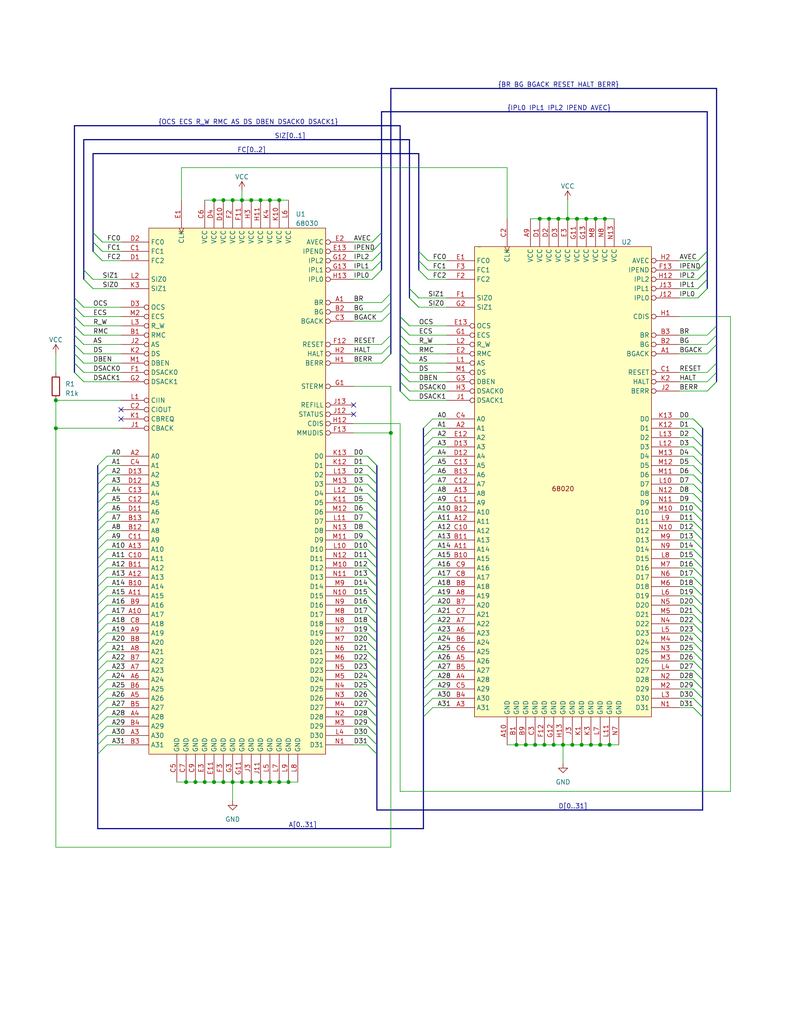
<source format=kicad_sch>
(kicad_sch (version 20230121) (generator eeschema)
  (paper "USLetter" portrait)
  (junction (at 143.51 203.2))
  (junction (at 76.2 54.61))
  (junction (at 68.58 54.61))
  (junction (at 15.24 116.84))
  (junction (at 78.74 213.36))
  (junction (at 154.94 59.69))
  (junction (at 157.48 59.69))
  (junction (at 73.66 213.36))
  (junction (at 76.2 213.36))
  (junction (at 149.86 59.69))
  (junction (at 161.29 203.2))
  (junction (at 66.04 54.61))
  (junction (at 151.13 203.2))
  (junction (at 163.83 203.2))
  (junction (at 160.02 59.69))
  (junction (at 50.8 213.36))
  (junction (at 71.12 213.36))
  (junction (at 71.12 54.61))
  (junction (at 152.4 59.69))
  (junction (at 146.05 203.2))
  (junction (at 106.68 118.11))
  (junction (at 73.66 54.61))
  (junction (at 58.42 54.61))
  (junction (at 53.34 213.36))
  (junction (at 156.21 203.2))
  (junction (at 153.67 203.2))
  (junction (at 148.59 203.2))
  (junction (at 58.42 213.36))
  (junction (at 162.56 59.69))
  (junction (at 60.96 213.36))
  (junction (at 55.88 213.36))
  (junction (at 140.97 203.2))
  (junction (at 60.96 54.61))
  (junction (at 68.58 213.36))
  (junction (at 66.04 213.36))
  (junction (at 63.5 213.36))
  (junction (at 15.24 109.22))
  (junction (at 158.75 203.2))
  (junction (at 63.5 54.61))
  (junction (at 165.1 59.69))
  (junction (at 166.37 203.2))
  (junction (at 147.32 59.69))
  (no_connect (at 96.52 110.49))
  (no_connect (at 33.02 114.3))
  (no_connect (at 96.52 113.03))
  (no_connect (at 33.02 111.76))
  (bus_entry (at 100.33 132.08) (size 2.54 2.54))
  (bus_entry (at 102.87 152.4) (size -2.54 -2.54))
  (bus_entry (at 190.5 71.12) (size 2.54 -2.54))
  (bus_entry (at 102.87 132.08) (size -2.54 -2.54))
  (bus_entry (at 104.14 68.58) (size -2.54 2.54))
  (bus_entry (at 20.32 93.98) (size 2.54 2.54))
  (bus_entry (at 191.77 162.56) (size -2.54 -2.54))
  (bus_entry (at 118.11 127) (size -2.54 2.54))
  (bus_entry (at 189.23 129.54) (size 2.54 2.54))
  (bus_entry (at 193.04 106.68) (size 2.54 -2.54))
  (bus_entry (at 189.23 190.5) (size 2.54 2.54))
  (bus_entry (at 189.23 116.84) (size 2.54 2.54))
  (bus_entry (at 118.11 180.34) (size -2.54 2.54))
  (bus_entry (at 22.86 73.66) (size 2.54 2.54))
  (bus_entry (at 191.77 154.94) (size -2.54 -2.54))
  (bus_entry (at 189.23 134.62) (size 2.54 2.54))
  (bus_entry (at 189.23 182.88) (size 2.54 2.54))
  (bus_entry (at 106.68 82.55) (size -2.54 2.54))
  (bus_entry (at 111.76 81.28) (size 2.54 2.54))
  (bus_entry (at 191.77 142.24) (size -2.54 -2.54))
  (bus_entry (at 100.33 177.8) (size 2.54 2.54))
  (bus_entry (at 29.21 170.18) (size -2.54 2.54))
  (bus_entry (at 118.11 165.1) (size -2.54 2.54))
  (bus_entry (at 195.58 88.9) (size -2.54 2.54))
  (bus_entry (at 101.6 76.2) (size 2.54 -2.54))
  (bus_entry (at 189.23 172.72) (size 2.54 2.54))
  (bus_entry (at 193.04 71.12) (size -2.54 2.54))
  (bus_entry (at 29.21 139.7) (size -2.54 2.54))
  (bus_entry (at 20.32 86.36) (size 2.54 2.54))
  (bus_entry (at 109.22 86.36) (size 2.54 2.54))
  (bus_entry (at 102.87 165.1) (size -2.54 -2.54))
  (bus_entry (at 20.32 99.06) (size 2.54 2.54))
  (bus_entry (at 102.87 193.04) (size -2.54 -2.54))
  (bus_entry (at 118.11 134.62) (size -2.54 2.54))
  (bus_entry (at 102.87 144.78) (size -2.54 -2.54))
  (bus_entry (at 189.23 137.16) (size 2.54 2.54))
  (bus_entry (at 29.21 172.72) (size -2.54 2.54))
  (bus_entry (at 100.33 172.72) (size 2.54 2.54))
  (bus_entry (at 29.21 187.96) (size -2.54 2.54))
  (bus_entry (at 189.23 193.04) (size 2.54 2.54))
  (bus_entry (at 191.77 165.1) (size -2.54 -2.54))
  (bus_entry (at 29.21 152.4) (size -2.54 2.54))
  (bus_entry (at 100.33 190.5) (size 2.54 2.54))
  (bus_entry (at 29.21 195.58) (size -2.54 2.54))
  (bus_entry (at 20.32 86.36) (size 2.54 2.54))
  (bus_entry (at 100.33 195.58) (size 2.54 2.54))
  (bus_entry (at 189.23 152.4) (size 2.54 2.54))
  (bus_entry (at 109.22 106.68) (size 2.54 2.54))
  (bus_entry (at 118.11 193.04) (size -2.54 2.54))
  (bus_entry (at 104.14 71.12) (size -2.54 2.54))
  (bus_entry (at 29.21 167.64) (size -2.54 2.54))
  (bus_entry (at 189.23 175.26) (size 2.54 2.54))
  (bus_entry (at 29.21 147.32) (size -2.54 2.54))
  (bus_entry (at 100.33 170.18) (size 2.54 2.54))
  (bus_entry (at 29.21 157.48) (size -2.54 2.54))
  (bus_entry (at 102.87 185.42) (size -2.54 -2.54))
  (bus_entry (at 104.14 99.06) (size 2.54 -2.54))
  (bus_entry (at 100.33 185.42) (size 2.54 2.54))
  (bus_entry (at 109.22 99.06) (size 2.54 2.54))
  (bus_entry (at 101.6 73.66) (size 2.54 -2.54))
  (bus_entry (at 25.4 68.58) (size 2.54 2.54))
  (bus_entry (at 29.21 137.16) (size -2.54 2.54))
  (bus_entry (at 189.23 142.24) (size 2.54 2.54))
  (bus_entry (at 189.23 177.8) (size 2.54 2.54))
  (bus_entry (at 191.77 177.8) (size -2.54 -2.54))
  (bus_entry (at 118.11 162.56) (size -2.54 2.54))
  (bus_entry (at 102.87 203.2) (size -2.54 -2.54))
  (bus_entry (at 118.11 142.24) (size -2.54 2.54))
  (bus_entry (at 20.32 96.52) (size 2.54 2.54))
  (bus_entry (at 100.33 193.04) (size 2.54 2.54))
  (bus_entry (at 190.5 81.28) (size 2.54 -2.54))
  (bus_entry (at 111.76 78.74) (size 2.54 2.54))
  (bus_entry (at 20.32 99.06) (size 2.54 2.54))
  (bus_entry (at 25.4 66.04) (size 2.54 2.54))
  (bus_entry (at 189.23 170.18) (size 2.54 2.54))
  (bus_entry (at 22.86 76.2) (size 2.54 2.54))
  (bus_entry (at 100.33 142.24) (size 2.54 2.54))
  (bus_entry (at 109.22 88.9) (size 2.54 2.54))
  (bus_entry (at 114.3 73.66) (size 2.54 2.54))
  (bus_entry (at 118.11 154.94) (size -2.54 2.54))
  (bus_entry (at 191.77 137.16) (size -2.54 -2.54))
  (bus_entry (at 109.22 99.06) (size 2.54 2.54))
  (bus_entry (at 191.77 147.32) (size -2.54 -2.54))
  (bus_entry (at 102.87 167.64) (size -2.54 -2.54))
  (bus_entry (at 191.77 149.86) (size -2.54 -2.54))
  (bus_entry (at 29.21 177.8) (size -2.54 2.54))
  (bus_entry (at 114.3 68.58) (size 2.54 2.54))
  (bus_entry (at 118.11 121.92) (size -2.54 2.54))
  (bus_entry (at 118.11 185.42) (size -2.54 2.54))
  (bus_entry (at 189.23 119.38) (size 2.54 2.54))
  (bus_entry (at 29.21 142.24) (size -2.54 2.54))
  (bus_entry (at 189.23 165.1) (size 2.54 2.54))
  (bus_entry (at 20.32 81.28) (size 2.54 2.54))
  (bus_entry (at 118.11 190.5) (size -2.54 2.54))
  (bus_entry (at 118.11 177.8) (size -2.54 2.54))
  (bus_entry (at 29.21 200.66) (size -2.54 2.54))
  (bus_entry (at 104.14 73.66) (size -2.54 2.54))
  (bus_entry (at 189.23 132.08) (size 2.54 2.54))
  (bus_entry (at 189.23 121.92) (size 2.54 2.54))
  (bus_entry (at 118.11 147.32) (size -2.54 2.54))
  (bus_entry (at 20.32 101.6) (size 2.54 2.54))
  (bus_entry (at 191.77 144.78) (size -2.54 -2.54))
  (bus_entry (at 100.33 149.86) (size 2.54 2.54))
  (bus_entry (at 191.77 160.02) (size -2.54 -2.54))
  (bus_entry (at 191.77 129.54) (size -2.54 -2.54))
  (bus_entry (at 25.4 66.04) (size 2.54 2.54))
  (bus_entry (at 114.3 71.12) (size 2.54 2.54))
  (bus_entry (at 100.33 203.2) (size 2.54 2.54))
  (bus_entry (at 191.77 193.04) (size -2.54 -2.54))
  (bus_entry (at 118.11 152.4) (size -2.54 2.54))
  (bus_entry (at 191.77 157.48) (size -2.54 -2.54))
  (bus_entry (at 102.87 137.16) (size -2.54 -2.54))
  (bus_entry (at 118.11 172.72) (size -2.54 2.54))
  (bus_entry (at 106.68 80.01) (size -2.54 2.54))
  (bus_entry (at 100.33 167.64) (size 2.54 2.54))
  (bus_entry (at 193.04 73.66) (size -2.54 2.54))
  (bus_entry (at 29.21 203.2) (size -2.54 2.54))
  (bus_entry (at 100.33 187.96) (size 2.54 2.54))
  (bus_entry (at 102.87 149.86) (size -2.54 -2.54))
  (bus_entry (at 189.23 180.34) (size 2.54 2.54))
  (bus_entry (at 25.4 63.5) (size 2.54 2.54))
  (bus_entry (at 191.77 124.46) (size -2.54 -2.54))
  (bus_entry (at 25.4 63.5) (size 2.54 2.54))
  (bus_entry (at 29.21 154.94) (size -2.54 2.54))
  (bus_entry (at 29.21 175.26) (size -2.54 2.54))
  (bus_entry (at 100.33 175.26) (size 2.54 2.54))
  (bus_entry (at 20.32 93.98) (size 2.54 2.54))
  (bus_entry (at 20.32 96.52) (size 2.54 2.54))
  (bus_entry (at 102.87 139.7) (size -2.54 -2.54))
  (bus_entry (at 109.22 86.36) (size 2.54 2.54))
  (bus_entry (at 102.87 198.12) (size -2.54 -2.54))
  (bus_entry (at 118.11 182.88) (size -2.54 2.54))
  (bus_entry (at 100.33 134.62) (size 2.54 2.54))
  (bus_entry (at 102.87 172.72) (size -2.54 -2.54))
  (bus_entry (at 118.11 157.48) (size -2.54 2.54))
  (bus_entry (at 29.21 162.56) (size -2.54 2.54))
  (bus_entry (at 106.68 96.52) (size -2.54 2.54))
  (bus_entry (at 100.33 162.56) (size 2.54 2.54))
  (bus_entry (at 191.77 116.84) (size -2.54 -2.54))
  (bus_entry (at 29.21 182.88) (size -2.54 2.54))
  (bus_entry (at 109.22 104.14) (size 2.54 2.54))
  (bus_entry (at 191.77 116.84) (size -2.54 -2.54))
  (bus_entry (at 118.11 167.64) (size -2.54 2.54))
  (bus_entry (at 191.77 121.92) (size -2.54 -2.54))
  (bus_entry (at 191.77 175.26) (size -2.54 -2.54))
  (bus_entry (at 102.87 205.74) (size -2.54 -2.54))
  (bus_entry (at 29.21 198.12) (size -2.54 2.54))
  (bus_entry (at 102.87 180.34) (size -2.54 -2.54))
  (bus_entry (at 100.33 137.16) (size 2.54 2.54))
  (bus_entry (at 191.77 190.5) (size -2.54 -2.54))
  (bus_entry (at 100.33 165.1) (size 2.54 2.54))
  (bus_entry (at 100.33 180.34) (size 2.54 2.54))
  (bus_entry (at 102.87 134.62) (size -2.54 -2.54))
  (bus_entry (at 118.11 132.08) (size -2.54 2.54))
  (bus_entry (at 100.33 154.94) (size 2.54 2.54))
  (bus_entry (at 109.22 93.98) (size 2.54 2.54))
  (bus_entry (at 29.21 127) (size -2.54 2.54))
  (bus_entry (at 189.23 187.96) (size 2.54 2.54))
  (bus_entry (at 193.04 68.58) (size -2.54 2.54))
  (bus_entry (at 111.76 81.28) (size 2.54 2.54))
  (bus_entry (at 100.33 139.7) (size 2.54 2.54))
  (bus_entry (at 118.11 175.26) (size -2.54 2.54))
  (bus_entry (at 189.23 144.78) (size 2.54 2.54))
  (bus_entry (at 118.11 137.16) (size -2.54 2.54))
  (bus_entry (at 100.33 182.88) (size 2.54 2.54))
  (bus_entry (at 102.87 190.5) (size -2.54 -2.54))
  (bus_entry (at 101.6 68.58) (size 2.54 -2.54))
  (bus_entry (at 106.68 93.98) (size -2.54 2.54))
  (bus_entry (at 29.21 132.08) (size -2.54 2.54))
  (bus_entry (at 100.33 124.46) (size 2.54 2.54))
  (bus_entry (at 193.04 76.2) (size -2.54 2.54))
  (bus_entry (at 111.76 81.28) (size 2.54 2.54))
  (bus_entry (at 195.58 99.06) (size -2.54 2.54))
  (bus_entry (at 109.22 96.52) (size 2.54 2.54))
  (bus_entry (at 191.77 182.88) (size -2.54 -2.54))
  (bus_entry (at 118.11 114.3) (size -2.54 2.54))
  (bus_entry (at 100.33 147.32) (size 2.54 2.54))
  (bus_entry (at 100.33 160.02) (size 2.54 2.54))
  (bus_entry (at 191.77 195.58) (size -2.54 -2.54))
  (bus_entry (at 100.33 144.78) (size 2.54 2.54))
  (bus_entry (at 102.87 127) (size -2.54 -2.54))
  (bus_entry (at 189.23 185.42) (size 2.54 2.54))
  (bus_entry (at 189.23 154.94) (size 2.54 2.54))
  (bus_entry (at 102.87 170.18) (size -2.54 -2.54))
  (bus_entry (at 118.11 124.46) (size -2.54 2.54))
  (bus_entry (at 109.22 101.6) (size 2.54 2.54))
  (bus_entry (at 106.68 85.09) (size -2.54 2.54))
  (bus_entry (at 109.22 101.6) (size 2.54 2.54))
  (bus_entry (at 191.77 172.72) (size -2.54 -2.54))
  (bus_entry (at 191.77 134.62) (size -2.54 -2.54))
  (bus_entry (at 29.21 193.04) (size -2.54 2.54))
  (bus_entry (at 190.5 76.2) (size 2.54 -2.54))
  (bus_entry (at 29.21 149.86) (size -2.54 2.54))
  (bus_entry (at 102.87 147.32) (size -2.54 -2.54))
  (bus_entry (at 20.32 83.82) (size 2.54 2.54))
  (bus_entry (at 195.58 91.44) (size -2.54 2.54))
  (bus_entry (at 109.22 106.68) (size 2.54 2.54))
  (bus_entry (at 104.14 63.5) (size -2.54 2.54))
  (bus_entry (at 102.87 175.26) (size -2.54 -2.54))
  (bus_entry (at 193.04 78.74) (size -2.54 2.54))
  (bus_entry (at 102.87 160.02) (size -2.54 -2.54))
  (bus_entry (at 20.32 91.44) (size 2.54 2.54))
  (bus_entry (at 189.23 167.64) (size 2.54 2.54))
  (bus_entry (at 100.33 152.4) (size 2.54 2.54))
  (bus_entry (at 191.77 132.08) (size -2.54 -2.54))
  (bus_entry (at 109.22 96.52) (size 2.54 2.54))
  (bus_entry (at 189.23 160.02) (size 2.54 2.54))
  (bus_entry (at 191.77 139.7) (size -2.54 -2.54))
  (bus_entry (at 118.11 170.18) (size -2.54 2.54))
  (bus_entry (at 191.77 180.34) (size -2.54 -2.54))
  (bus_entry (at 118.11 160.02) (size -2.54 2.54))
  (bus_entry (at 109.22 86.36) (size 2.54 2.54))
  (bus_entry (at 20.32 81.28) (size 2.54 2.54))
  (bus_entry (at 20.32 101.6) (size 2.54 2.54))
  (bus_entry (at 100.33 200.66) (size 2.54 2.54))
  (bus_entry (at 29.21 160.02) (size -2.54 2.54))
  (bus_entry (at 118.11 116.84) (size -2.54 2.54))
  (bus_entry (at 29.21 124.46) (size -2.54 2.54))
  (bus_entry (at 25.4 68.58) (size 2.54 2.54))
  (bus_entry (at 189.23 124.46) (size 2.54 2.54))
  (bus_entry (at 20.32 88.9) (size 2.54 2.54))
  (bus_entry (at 29.21 129.54) (size -2.54 2.54))
  (bus_entry (at 29.21 185.42) (size -2.54 2.54))
  (bus_entry (at 29.21 134.62) (size -2.54 2.54))
  (bus_entry (at 118.11 144.78) (size -2.54 2.54))
  (bus_entry (at 109.22 93.98) (size 2.54 2.54))
  (bus_entry (at 102.87 154.94) (size -2.54 -2.54))
  (bus_entry (at 101.6 66.04) (size 2.54 -2.54))
  (bus_entry (at 195.58 93.98) (size -2.54 2.54))
  (bus_entry (at 100.33 198.12) (size 2.54 2.54))
  (bus_entry (at 25.4 66.04) (size 2.54 2.54))
  (bus_entry (at 102.87 157.48) (size -2.54 -2.54))
  (bus_entry (at 29.21 165.1) (size -2.54 2.54))
  (bus_entry (at 195.58 101.6) (size -2.54 2.54))
  (bus_entry (at 118.11 139.7) (size -2.54 2.54))
  (bus_entry (at 102.87 187.96) (size -2.54 -2.54))
  (bus_entry (at 114.3 73.66) (size 2.54 2.54))
  (bus_entry (at 102.87 182.88) (size -2.54 -2.54))
  (bus_entry (at 102.87 129.54) (size -2.54 -2.54))
  (bus_entry (at 191.77 152.4) (size -2.54 -2.54))
  (bus_entry (at 25.4 63.5) (size 2.54 2.54))
  (bus_entry (at 29.21 144.78) (size -2.54 2.54))
  (bus_entry (at 29.21 180.34) (size -2.54 2.54))
  (bus_entry (at 20.32 88.9) (size 2.54 2.54))
  (bus_entry (at 102.87 195.58) (size -2.54 -2.54))
  (bus_entry (at 102.87 162.56) (size -2.54 -2.54))
  (bus_entry (at 20.32 83.82) (size 2.54 2.54))
  (bus_entry (at 191.77 167.64) (size -2.54 -2.54))
  (bus_entry (at 22.86 76.2) (size 2.54 2.54))
  (bus_entry (at 104.14 66.04) (size -2.54 2.54))
  (bus_entry (at 100.33 127) (size 2.54 2.54))
  (bus_entry (at 114.3 71.12) (size 2.54 2.54))
  (bus_entry (at 22.86 73.66) (size 2.54 2.54))
  (bus_entry (at 25.4 68.58) (size 2.54 2.54))
  (bus_entry (at 109.22 88.9) (size 2.54 2.54))
  (bus_entry (at 118.11 187.96) (size -2.54 2.54))
  (bus_entry (at 111.76 78.74) (size 2.54 2.54))
  (bus_entry (at 102.87 200.66) (size -2.54 -2.54))
  (bus_entry (at 118.11 129.54) (size -2.54 2.54))
  (bus_entry (at 102.87 127) (size -2.54 -2.54))
  (bus_entry (at 191.77 119.38) (size -2.54 -2.54))
  (bus_entry (at 118.11 149.86) (size -2.54 2.54))
  (bus_entry (at 195.58 104.14) (size -2.54 2.54))
  (bus_entry (at 101.6 71.12) (size 2.54 -2.54))
  (bus_entry (at 189.23 127) (size 2.54 2.54))
  (bus_entry (at 190.5 73.66) (size 2.54 -2.54))
  (bus_entry (at 189.23 149.86) (size 2.54 2.54))
  (bus_entry (at 102.87 142.24) (size -2.54 -2.54))
  (bus_entry (at 191.77 187.96) (size -2.54 -2.54))
  (bus_entry (at 100.33 129.54) (size 2.54 2.54))
  (bus_entry (at 114.3 68.58) (size 2.54 2.54))
  (bus_entry (at 191.77 170.18) (size -2.54 -2.54))
  (bus_entry (at 190.5 78.74) (size 2.54 -2.54))
  (bus_entry (at 191.77 127) (size -2.54 -2.54))
  (bus_entry (at 102.87 177.8) (size -2.54 -2.54))
  (bus_entry (at 189.23 162.56) (size 2.54 2.54))
  (bus_entry (at 189.23 139.7) (size 2.54 2.54))
  (bus_entry (at 109.22 104.14) (size 2.54 2.54))
  (bus_entry (at 189.23 147.32) (size 2.54 2.54))
  (bus_entry (at 191.77 185.42) (size -2.54 -2.54))
  (bus_entry (at 189.23 157.48) (size 2.54 2.54))
  (bus_entry (at 20.32 91.44) (size 2.54 2.54))
  (bus_entry (at 118.11 119.38) (size -2.54 2.54))
  (bus_entry (at 100.33 157.48) (size 2.54 2.54))
  (bus_entry (at 109.22 91.44) (size 2.54 2.54))
  (bus_entry (at 109.22 91.44) (size 2.54 2.54))
  (bus_entry (at 189.23 114.3) (size 2.54 2.54))
  (bus_entry (at 111.76 78.74) (size 2.54 2.54))
  (bus_entry (at 29.21 190.5) (size -2.54 2.54))
  (bus_entry (at 106.68 91.44) (size -2.54 2.54))
  (wire (pts (xy 118.11 119.38) (xy 121.92 119.38)))
  (wire (pts (xy 185.42 142.24) (xy 189.23 142.24)))
  (bus (pts (xy 102.87 175.26) (xy 102.87 177.8)))
  (wire (pts (xy 118.11 160.02) (xy 121.92 160.02)))
  (wire (pts (xy 118.11 144.78) (xy 121.92 144.78)))
  (bus (pts (xy 20.32 99.06) (xy 20.32 96.52)))
  (wire (pts (xy 143.51 203.2) (xy 146.05 203.2)))
  (wire (pts (xy 96.52 134.62) (xy 100.33 134.62)))
  (bus (pts (xy 26.67 190.5) (xy 26.67 193.04)))
  (wire (pts (xy 118.11 129.54) (xy 121.92 129.54)))
  (wire (pts (xy 118.11 152.4) (xy 121.92 152.4)))
  (wire (pts (xy 73.66 213.36) (xy 76.2 213.36)))
  (wire (pts (xy 29.21 129.54) (xy 33.02 129.54)))
  (wire (pts (xy 154.94 59.69) (xy 157.48 59.69)))
  (bus (pts (xy 191.77 187.96) (xy 191.77 190.5)))
  (wire (pts (xy 185.42 182.88) (xy 189.23 182.88)))
  (wire (pts (xy 118.11 147.32) (xy 121.92 147.32)))
  (bus (pts (xy 115.57 116.84) (xy 115.57 119.38)))
  (bus (pts (xy 20.32 88.9) (xy 20.32 86.36)))
  (wire (pts (xy 29.21 170.18) (xy 33.02 170.18)))
  (wire (pts (xy 185.42 127) (xy 189.23 127)))
  (bus (pts (xy 195.58 101.6) (xy 195.58 104.14)))
  (wire (pts (xy 118.11 124.46) (xy 121.92 124.46)))
  (wire (pts (xy 106.68 105.41) (xy 106.68 118.11)))
  (bus (pts (xy 106.68 80.01) (xy 106.68 82.55)))
  (bus (pts (xy 26.67 182.88) (xy 26.67 185.42)))
  (wire (pts (xy 29.21 198.12) (xy 33.02 198.12)))
  (wire (pts (xy 29.21 127) (xy 33.02 127)))
  (wire (pts (xy 96.52 154.94) (xy 100.33 154.94)))
  (wire (pts (xy 29.21 182.88) (xy 33.02 182.88)))
  (wire (pts (xy 96.52 132.08) (xy 100.33 132.08)))
  (bus (pts (xy 115.57 175.26) (xy 115.57 177.8)))
  (bus (pts (xy 115.57 167.64) (xy 115.57 170.18)))
  (bus (pts (xy 191.77 129.54) (xy 191.77 132.08)))
  (bus (pts (xy 193.04 78.74) (xy 193.04 76.2)))
  (bus (pts (xy 191.77 127) (xy 191.77 129.54)))
  (bus (pts (xy 102.87 170.18) (xy 102.87 172.72)))
  (bus (pts (xy 115.57 154.94) (xy 115.57 157.48)))
  (wire (pts (xy 156.21 203.2) (xy 158.75 203.2)))
  (bus (pts (xy 191.77 172.72) (xy 191.77 170.18)))
  (wire (pts (xy 15.24 109.22) (xy 33.02 109.22)))
  (wire (pts (xy 111.76 99.06) (xy 121.92 99.06)))
  (bus (pts (xy 115.57 195.58) (xy 115.57 226.06)))
  (wire (pts (xy 55.88 213.36) (xy 58.42 213.36)))
  (bus (pts (xy 22.86 38.1) (xy 111.76 38.1)))
  (wire (pts (xy 29.21 160.02) (xy 33.02 160.02)))
  (wire (pts (xy 114.3 81.28) (xy 121.92 81.28)))
  (bus (pts (xy 115.57 162.56) (xy 115.57 165.1)))
  (bus (pts (xy 115.57 172.72) (xy 115.57 175.26)))
  (bus (pts (xy 115.57 121.92) (xy 115.57 124.46)))
  (wire (pts (xy 111.76 106.68) (xy 121.92 106.68)))
  (wire (pts (xy 118.11 127) (xy 121.92 127)))
  (bus (pts (xy 195.58 93.98) (xy 195.58 99.06)))
  (wire (pts (xy 96.52 68.58) (xy 101.6 68.58)))
  (wire (pts (xy 48.26 213.36) (xy 50.8 213.36)))
  (bus (pts (xy 102.87 147.32) (xy 102.87 149.86)))
  (wire (pts (xy 29.21 149.86) (xy 33.02 149.86)))
  (wire (pts (xy 118.11 162.56) (xy 121.92 162.56)))
  (wire (pts (xy 185.42 78.74) (xy 190.5 78.74)))
  (wire (pts (xy 118.11 137.16) (xy 121.92 137.16)))
  (wire (pts (xy 111.76 101.6) (xy 121.92 101.6)))
  (bus (pts (xy 115.57 185.42) (xy 115.57 187.96)))
  (bus (pts (xy 102.87 129.54) (xy 102.87 132.08)))
  (wire (pts (xy 185.42 177.8) (xy 189.23 177.8)))
  (wire (pts (xy 27.94 68.58) (xy 33.02 68.58)))
  (bus (pts (xy 115.57 177.8) (xy 115.57 180.34)))
  (bus (pts (xy 115.57 137.16) (xy 115.57 139.7)))
  (bus (pts (xy 26.67 165.1) (xy 26.67 167.64)))
  (wire (pts (xy 118.11 114.3) (xy 121.92 114.3)))
  (wire (pts (xy 96.52 203.2) (xy 100.33 203.2)))
  (bus (pts (xy 191.77 121.92) (xy 191.77 124.46)))
  (bus (pts (xy 109.22 34.29) (xy 109.22 86.36)))
  (wire (pts (xy 118.11 193.04) (xy 121.92 193.04)))
  (wire (pts (xy 144.78 59.69) (xy 147.32 59.69)))
  (wire (pts (xy 29.21 177.8) (xy 33.02 177.8)))
  (wire (pts (xy 116.84 71.12) (xy 121.92 71.12)))
  (bus (pts (xy 102.87 160.02) (xy 102.87 162.56)))
  (wire (pts (xy 73.66 54.61) (xy 76.2 54.61)))
  (bus (pts (xy 22.86 76.2) (xy 22.86 73.66)))
  (wire (pts (xy 29.21 200.66) (xy 33.02 200.66)))
  (wire (pts (xy 60.96 54.61) (xy 63.5 54.61)))
  (wire (pts (xy 185.42 91.44) (xy 193.04 91.44)))
  (wire (pts (xy 118.11 121.92) (xy 121.92 121.92)))
  (wire (pts (xy 185.42 71.12) (xy 190.5 71.12)))
  (bus (pts (xy 191.77 116.84) (xy 191.77 119.38)))
  (wire (pts (xy 66.04 52.07) (xy 66.04 54.61)))
  (bus (pts (xy 106.68 24.13) (xy 195.58 24.13)))
  (wire (pts (xy 68.58 213.36) (xy 71.12 213.36)))
  (wire (pts (xy 49.53 54.61) (xy 49.53 45.72)))
  (bus (pts (xy 115.57 132.08) (xy 115.57 134.62)))
  (wire (pts (xy 96.52 85.09) (xy 104.14 85.09)))
  (wire (pts (xy 96.52 160.02) (xy 100.33 160.02)))
  (bus (pts (xy 106.68 24.13) (xy 106.68 80.01)))
  (bus (pts (xy 191.77 162.56) (xy 191.77 165.1)))
  (bus (pts (xy 193.04 76.2) (xy 193.04 73.66)))
  (bus (pts (xy 111.76 38.1) (xy 111.76 78.74)))
  (wire (pts (xy 29.21 167.64) (xy 33.02 167.64)))
  (bus (pts (xy 102.87 180.34) (xy 102.87 182.88)))
  (bus (pts (xy 115.57 187.96) (xy 115.57 190.5)))
  (bus (pts (xy 111.76 78.74) (xy 111.76 81.28)))
  (bus (pts (xy 104.14 30.48) (xy 193.04 30.48)))
  (wire (pts (xy 49.53 45.72) (xy 138.43 45.72)))
  (bus (pts (xy 26.67 134.62) (xy 26.67 137.16)))
  (bus (pts (xy 26.67 198.12) (xy 26.67 200.66)))
  (bus (pts (xy 115.57 160.02) (xy 115.57 162.56)))
  (wire (pts (xy 185.42 175.26) (xy 189.23 175.26)))
  (bus (pts (xy 191.77 157.48) (xy 191.77 160.02)))
  (wire (pts (xy 96.52 180.34) (xy 100.33 180.34)))
  (wire (pts (xy 96.52 172.72) (xy 100.33 172.72)))
  (wire (pts (xy 185.42 76.2) (xy 190.5 76.2)))
  (wire (pts (xy 27.94 66.04) (xy 33.02 66.04)))
  (bus (pts (xy 102.87 139.7) (xy 102.87 142.24)))
  (bus (pts (xy 104.14 68.58) (xy 104.14 66.04)))
  (bus (pts (xy 109.22 104.14) (xy 109.22 101.6)))
  (wire (pts (xy 118.11 134.62) (xy 121.92 134.62)))
  (wire (pts (xy 111.76 93.98) (xy 121.92 93.98)))
  (bus (pts (xy 102.87 172.72) (xy 102.87 175.26)))
  (bus (pts (xy 114.3 41.91) (xy 114.3 68.58)))
  (bus (pts (xy 104.14 71.12) (xy 104.14 68.58)))
  (bus (pts (xy 195.58 24.13) (xy 195.58 88.9)))
  (wire (pts (xy 29.21 172.72) (xy 33.02 172.72)))
  (wire (pts (xy 71.12 54.61) (xy 73.66 54.61)))
  (bus (pts (xy 191.77 160.02) (xy 191.77 162.56)))
  (wire (pts (xy 118.11 180.34) (xy 121.92 180.34)))
  (wire (pts (xy 149.86 59.69) (xy 152.4 59.69)))
  (wire (pts (xy 185.42 73.66) (xy 190.5 73.66)))
  (wire (pts (xy 151.13 203.2) (xy 153.67 203.2)))
  (wire (pts (xy 118.11 175.26) (xy 121.92 175.26)))
  (wire (pts (xy 29.21 203.2) (xy 33.02 203.2)))
  (bus (pts (xy 102.87 137.16) (xy 102.87 139.7)))
  (bus (pts (xy 109.22 96.52) (xy 109.22 93.98)))
  (wire (pts (xy 96.52 144.78) (xy 100.33 144.78)))
  (wire (pts (xy 96.52 105.41) (xy 106.68 105.41)))
  (wire (pts (xy 161.29 203.2) (xy 163.83 203.2)))
  (bus (pts (xy 20.32 91.44) (xy 20.32 88.9)))
  (wire (pts (xy 154.94 54.61) (xy 154.94 59.69)))
  (wire (pts (xy 53.34 213.36) (xy 55.88 213.36)))
  (wire (pts (xy 146.05 203.2) (xy 148.59 203.2)))
  (bus (pts (xy 26.67 185.42) (xy 26.67 187.96)))
  (wire (pts (xy 118.11 190.5) (xy 121.92 190.5)))
  (bus (pts (xy 193.04 73.66) (xy 193.04 71.12)))
  (bus (pts (xy 106.68 91.44) (xy 106.68 93.98)))
  (bus (pts (xy 115.57 142.24) (xy 115.57 144.78)))
  (wire (pts (xy 185.42 144.78) (xy 189.23 144.78)))
  (wire (pts (xy 185.42 114.3) (xy 189.23 114.3)))
  (bus (pts (xy 191.77 149.86) (xy 191.77 152.4)))
  (wire (pts (xy 96.52 149.86) (xy 100.33 149.86)))
  (wire (pts (xy 96.52 182.88) (xy 100.33 182.88)))
  (bus (pts (xy 102.87 200.66) (xy 102.87 203.2)))
  (bus (pts (xy 25.4 41.91) (xy 114.3 41.91)))
  (bus (pts (xy 106.68 82.55) (xy 106.68 85.09)))
  (wire (pts (xy 96.52 157.48) (xy 100.33 157.48)))
  (wire (pts (xy 29.21 137.16) (xy 33.02 137.16)))
  (wire (pts (xy 111.76 91.44) (xy 121.92 91.44)))
  (bus (pts (xy 20.32 86.36) (xy 20.32 83.82)))
  (wire (pts (xy 29.21 157.48) (xy 33.02 157.48)))
  (wire (pts (xy 96.52 87.63) (xy 104.14 87.63)))
  (wire (pts (xy 185.42 121.92) (xy 189.23 121.92)))
  (bus (pts (xy 26.67 147.32) (xy 26.67 149.86)))
  (bus (pts (xy 26.67 157.48) (xy 26.67 160.02)))
  (wire (pts (xy 29.21 195.58) (xy 33.02 195.58)))
  (wire (pts (xy 116.84 76.2) (xy 121.92 76.2)))
  (bus (pts (xy 115.57 190.5) (xy 115.57 193.04)))
  (bus (pts (xy 191.77 175.26) (xy 191.77 172.72)))
  (bus (pts (xy 26.67 180.34) (xy 26.67 182.88)))
  (bus (pts (xy 25.4 68.58) (xy 25.4 66.04)))
  (wire (pts (xy 118.11 132.08) (xy 121.92 132.08)))
  (wire (pts (xy 96.52 71.12) (xy 101.6 71.12)))
  (wire (pts (xy 118.11 182.88) (xy 121.92 182.88)))
  (bus (pts (xy 191.77 193.04) (xy 191.77 195.58)))
  (bus (pts (xy 20.32 93.98) (xy 20.32 91.44)))
  (wire (pts (xy 22.86 83.82) (xy 33.02 83.82)))
  (wire (pts (xy 199.39 215.9) (xy 199.39 86.36)))
  (wire (pts (xy 29.21 165.1) (xy 33.02 165.1)))
  (wire (pts (xy 153.67 203.2) (xy 156.21 203.2)))
  (wire (pts (xy 109.22 215.9) (xy 199.39 215.9)))
  (bus (pts (xy 191.77 190.5) (xy 191.77 193.04)))
  (wire (pts (xy 96.52 129.54) (xy 100.33 129.54)))
  (bus (pts (xy 109.22 101.6) (xy 109.22 99.06)))
  (wire (pts (xy 114.3 83.82) (xy 121.92 83.82)))
  (bus (pts (xy 191.77 119.38) (xy 191.77 121.92)))
  (bus (pts (xy 102.87 198.12) (xy 102.87 200.66)))
  (bus (pts (xy 191.77 144.78) (xy 191.77 147.32)))
  (bus (pts (xy 104.14 73.66) (xy 104.14 71.12)))
  (wire (pts (xy 185.42 96.52) (xy 193.04 96.52)))
  (wire (pts (xy 185.42 119.38) (xy 189.23 119.38)))
  (bus (pts (xy 191.77 165.1) (xy 191.77 167.64)))
  (wire (pts (xy 96.52 177.8) (xy 100.33 177.8)))
  (wire (pts (xy 96.52 127) (xy 100.33 127)))
  (bus (pts (xy 191.77 185.42) (xy 191.77 187.96)))
  (bus (pts (xy 191.77 154.94) (xy 191.77 157.48)))
  (bus (pts (xy 26.67 142.24) (xy 26.67 144.78)))
  (wire (pts (xy 29.21 190.5) (xy 33.02 190.5)))
  (bus (pts (xy 191.77 134.62) (xy 191.77 137.16)))
  (bus (pts (xy 102.87 144.78) (xy 102.87 147.32)))
  (wire (pts (xy 50.8 213.36) (xy 53.34 213.36)))
  (bus (pts (xy 26.67 167.64) (xy 26.67 170.18)))
  (wire (pts (xy 185.42 193.04) (xy 189.23 193.04)))
  (wire (pts (xy 22.86 88.9) (xy 33.02 88.9)))
  (bus (pts (xy 114.3 71.12) (xy 114.3 73.66)))
  (wire (pts (xy 29.21 134.62) (xy 33.02 134.62)))
  (wire (pts (xy 118.11 139.7) (xy 121.92 139.7)))
  (wire (pts (xy 165.1 59.69) (xy 167.64 59.69)))
  (bus (pts (xy 195.58 88.9) (xy 195.58 91.44)))
  (wire (pts (xy 96.52 167.64) (xy 100.33 167.64)))
  (wire (pts (xy 118.11 177.8) (xy 121.92 177.8)))
  (bus (pts (xy 191.77 124.46) (xy 191.77 127)))
  (wire (pts (xy 29.21 162.56) (xy 33.02 162.56)))
  (bus (pts (xy 195.58 99.06) (xy 195.58 101.6)))
  (bus (pts (xy 115.57 165.1) (xy 115.57 167.64)))
  (wire (pts (xy 29.21 175.26) (xy 33.02 175.26)))
  (wire (pts (xy 106.68 118.11) (xy 106.68 231.14)))
  (bus (pts (xy 102.87 220.98) (xy 191.77 220.98)))
  (wire (pts (xy 96.52 165.1) (xy 100.33 165.1)))
  (bus (pts (xy 20.32 83.82) (xy 20.32 81.28)))
  (bus (pts (xy 191.77 147.32) (xy 191.77 149.86)))
  (wire (pts (xy 185.42 154.94) (xy 189.23 154.94)))
  (wire (pts (xy 27.94 71.12) (xy 33.02 71.12)))
  (wire (pts (xy 185.42 152.4) (xy 189.23 152.4)))
  (wire (pts (xy 185.42 104.14) (xy 193.04 104.14)))
  (bus (pts (xy 102.87 134.62) (xy 102.87 137.16)))
  (wire (pts (xy 118.11 154.94) (xy 121.92 154.94)))
  (wire (pts (xy 96.52 124.46) (xy 100.33 124.46)))
  (wire (pts (xy 29.21 187.96) (xy 33.02 187.96)))
  (bus (pts (xy 26.67 193.04) (xy 26.67 195.58)))
  (wire (pts (xy 96.52 187.96) (xy 100.33 187.96)))
  (wire (pts (xy 185.42 172.72) (xy 189.23 172.72)))
  (wire (pts (xy 157.48 59.69) (xy 160.02 59.69)))
  (wire (pts (xy 118.11 165.1) (xy 121.92 165.1)))
  (wire (pts (xy 78.74 213.36) (xy 81.28 213.36)))
  (wire (pts (xy 22.86 96.52) (xy 33.02 96.52)))
  (wire (pts (xy 22.86 93.98) (xy 33.02 93.98)))
  (wire (pts (xy 96.52 99.06) (xy 104.14 99.06)))
  (bus (pts (xy 26.67 226.06) (xy 115.57 226.06)))
  (wire (pts (xy 185.42 170.18) (xy 189.23 170.18)))
  (wire (pts (xy 162.56 59.69) (xy 165.1 59.69)))
  (bus (pts (xy 191.77 220.98) (xy 191.77 195.58)))
  (wire (pts (xy 185.42 134.62) (xy 189.23 134.62)))
  (wire (pts (xy 96.52 137.16) (xy 100.33 137.16)))
  (bus (pts (xy 102.87 142.24) (xy 102.87 144.78)))
  (wire (pts (xy 29.21 132.08) (xy 33.02 132.08)))
  (bus (pts (xy 191.77 139.7) (xy 191.77 142.24)))
  (wire (pts (xy 25.4 78.74) (xy 33.02 78.74)))
  (bus (pts (xy 26.67 132.08) (xy 26.67 134.62)))
  (bus (pts (xy 26.67 170.18) (xy 26.67 172.72)))
  (wire (pts (xy 153.67 203.2) (xy 153.67 208.28)))
  (wire (pts (xy 185.42 81.28) (xy 190.5 81.28)))
  (wire (pts (xy 147.32 59.69) (xy 149.86 59.69)))
  (wire (pts (xy 29.21 139.7) (xy 33.02 139.7)))
  (wire (pts (xy 118.11 172.72) (xy 121.92 172.72)))
  (bus (pts (xy 106.68 93.98) (xy 106.68 96.52)))
  (wire (pts (xy 185.42 129.54) (xy 189.23 129.54)))
  (bus (pts (xy 102.87 132.08) (xy 102.87 134.62)))
  (bus (pts (xy 115.57 152.4) (xy 115.57 154.94)))
  (wire (pts (xy 185.42 160.02) (xy 189.23 160.02)))
  (bus (pts (xy 26.67 187.96) (xy 26.67 190.5)))
  (bus (pts (xy 115.57 180.34) (xy 115.57 182.88)))
  (bus (pts (xy 115.57 147.32) (xy 115.57 149.86)))
  (wire (pts (xy 15.24 116.84) (xy 33.02 116.84)))
  (wire (pts (xy 68.58 54.61) (xy 71.12 54.61)))
  (wire (pts (xy 29.21 193.04) (xy 33.02 193.04)))
  (wire (pts (xy 118.11 116.84) (xy 121.92 116.84)))
  (wire (pts (xy 106.68 231.14) (xy 15.24 231.14)))
  (bus (pts (xy 115.57 127) (xy 115.57 129.54)))
  (wire (pts (xy 109.22 115.57) (xy 109.22 215.9)))
  (wire (pts (xy 96.52 73.66) (xy 101.6 73.66)))
  (bus (pts (xy 26.67 154.94) (xy 26.67 157.48)))
  (bus (pts (xy 26.67 139.7) (xy 26.67 142.24)))
  (wire (pts (xy 96.52 190.5) (xy 100.33 190.5)))
  (wire (pts (xy 185.42 165.1) (xy 189.23 165.1)))
  (wire (pts (xy 118.11 187.96) (xy 121.92 187.96)))
  (wire (pts (xy 60.96 213.36) (xy 63.5 213.36)))
  (wire (pts (xy 138.43 45.72) (xy 138.43 59.69)))
  (wire (pts (xy 22.86 91.44) (xy 33.02 91.44)))
  (bus (pts (xy 20.32 96.52) (xy 20.32 93.98)))
  (bus (pts (xy 115.57 170.18) (xy 115.57 172.72)))
  (bus (pts (xy 26.67 152.4) (xy 26.67 154.94)))
  (wire (pts (xy 185.42 137.16) (xy 189.23 137.16)))
  (wire (pts (xy 22.86 99.06) (xy 33.02 99.06)))
  (bus (pts (xy 191.77 132.08) (xy 191.77 134.62)))
  (bus (pts (xy 109.22 88.9) (xy 109.22 86.36)))
  (bus (pts (xy 191.77 137.16) (xy 191.77 139.7)))
  (wire (pts (xy 118.11 167.64) (xy 121.92 167.64)))
  (wire (pts (xy 185.42 190.5) (xy 189.23 190.5)))
  (wire (pts (xy 148.59 203.2) (xy 151.13 203.2)))
  (wire (pts (xy 96.52 195.58) (xy 100.33 195.58)))
  (wire (pts (xy 96.52 66.04) (xy 101.6 66.04)))
  (bus (pts (xy 26.67 149.86) (xy 26.67 152.4)))
  (wire (pts (xy 15.24 109.22) (xy 15.24 116.84)))
  (bus (pts (xy 102.87 195.58) (xy 102.87 198.12)))
  (wire (pts (xy 76.2 54.61) (xy 78.74 54.61)))
  (wire (pts (xy 96.52 82.55) (xy 104.14 82.55)))
  (wire (pts (xy 58.42 54.61) (xy 60.96 54.61)))
  (bus (pts (xy 106.68 85.09) (xy 106.68 91.44)))
  (wire (pts (xy 15.24 116.84) (xy 15.24 231.14)))
  (bus (pts (xy 26.67 162.56) (xy 26.67 165.1)))
  (bus (pts (xy 26.67 137.16) (xy 26.67 139.7)))
  (wire (pts (xy 29.21 152.4) (xy 33.02 152.4)))
  (wire (pts (xy 111.76 88.9) (xy 121.92 88.9)))
  (wire (pts (xy 29.21 185.42) (xy 33.02 185.42)))
  (bus (pts (xy 26.67 177.8) (xy 26.67 180.34)))
  (wire (pts (xy 22.86 101.6) (xy 33.02 101.6)))
  (wire (pts (xy 76.2 213.36) (xy 78.74 213.36)))
  (bus (pts (xy 115.57 139.7) (xy 115.57 142.24)))
  (wire (pts (xy 96.52 147.32) (xy 100.33 147.32)))
  (wire (pts (xy 185.42 185.42) (xy 189.23 185.42)))
  (bus (pts (xy 102.87 154.94) (xy 102.87 157.48)))
  (wire (pts (xy 138.43 203.2) (xy 140.97 203.2)))
  (bus (pts (xy 115.57 124.46) (xy 115.57 127)))
  (bus (pts (xy 195.58 91.44) (xy 195.58 93.98)))
  (wire (pts (xy 96.52 93.98) (xy 104.14 93.98)))
  (wire (pts (xy 96.52 198.12) (xy 100.33 198.12)))
  (bus (pts (xy 109.22 91.44) (xy 109.22 88.9)))
  (wire (pts (xy 118.11 170.18) (xy 121.92 170.18)))
  (wire (pts (xy 185.42 139.7) (xy 189.23 139.7)))
  (bus (pts (xy 109.22 93.98) (xy 109.22 91.44)))
  (bus (pts (xy 102.87 182.88) (xy 102.87 185.42)))
  (wire (pts (xy 29.21 144.78) (xy 33.02 144.78)))
  (wire (pts (xy 63.5 213.36) (xy 66.04 213.36)))
  (wire (pts (xy 185.42 167.64) (xy 189.23 167.64)))
  (wire (pts (xy 96.52 152.4) (xy 100.33 152.4)))
  (wire (pts (xy 166.37 203.2) (xy 168.91 203.2)))
  (bus (pts (xy 191.77 142.24) (xy 191.77 144.78)))
  (wire (pts (xy 185.42 180.34) (xy 189.23 180.34)))
  (wire (pts (xy 29.21 180.34) (xy 33.02 180.34)))
  (wire (pts (xy 96.52 139.7) (xy 100.33 139.7)))
  (bus (pts (xy 22.86 73.66) (xy 22.86 38.1)))
  (bus (pts (xy 191.77 180.34) (xy 191.77 177.8)))
  (bus (pts (xy 115.57 149.86) (xy 115.57 152.4)))
  (bus (pts (xy 193.04 71.12) (xy 193.04 68.58)))
  (wire (pts (xy 116.84 73.66) (xy 121.92 73.66)))
  (bus (pts (xy 26.67 195.58) (xy 26.67 198.12)))
  (bus (pts (xy 115.57 182.88) (xy 115.57 185.42)))
  (wire (pts (xy 185.42 187.96) (xy 189.23 187.96)))
  (bus (pts (xy 115.57 157.48) (xy 115.57 160.02)))
  (wire (pts (xy 63.5 54.61) (xy 66.04 54.61)))
  (wire (pts (xy 185.42 93.98) (xy 193.04 93.98)))
  (bus (pts (xy 109.22 106.68) (xy 109.22 104.14)))
  (bus (pts (xy 25.4 66.04) (xy 25.4 63.5)))
  (bus (pts (xy 102.87 152.4) (xy 102.87 154.94)))
  (wire (pts (xy 96.52 115.57) (xy 109.22 115.57)))
  (wire (pts (xy 158.75 203.2) (xy 161.29 203.2)))
  (wire (pts (xy 118.11 142.24) (xy 121.92 142.24)))
  (wire (pts (xy 118.11 185.42) (xy 121.92 185.42)))
  (bus (pts (xy 26.67 144.78) (xy 26.67 147.32)))
  (wire (pts (xy 15.24 96.52) (xy 15.24 101.6)))
  (bus (pts (xy 26.67 172.72) (xy 26.67 175.26)))
  (wire (pts (xy 152.4 59.69) (xy 154.94 59.69)))
  (bus (pts (xy 102.87 162.56) (xy 102.87 165.1)))
  (wire (pts (xy 118.11 157.48) (xy 121.92 157.48)))
  (wire (pts (xy 118.11 149.86) (xy 121.92 149.86)))
  (wire (pts (xy 185.42 147.32) (xy 189.23 147.32)))
  (wire (pts (xy 29.21 142.24) (xy 33.02 142.24)))
  (wire (pts (xy 160.02 59.69) (xy 162.56 59.69)))
  (wire (pts (xy 22.86 86.36) (xy 33.02 86.36)))
  (bus (pts (xy 193.04 30.48) (xy 193.04 68.58)))
  (bus (pts (xy 102.87 190.5) (xy 102.87 193.04)))
  (bus (pts (xy 26.67 160.02) (xy 26.67 162.56)))
  (bus (pts (xy 191.77 152.4) (xy 191.77 154.94)))
  (wire (pts (xy 185.42 124.46) (xy 189.23 124.46)))
  (wire (pts (xy 58.42 213.36) (xy 60.96 213.36)))
  (wire (pts (xy 55.88 54.61) (xy 58.42 54.61)))
  (bus (pts (xy 102.87 177.8) (xy 102.87 180.34)))
  (bus (pts (xy 102.87 203.2) (xy 102.87 205.74)))
  (wire (pts (xy 96.52 185.42) (xy 100.33 185.42)))
  (wire (pts (xy 111.76 96.52) (xy 121.92 96.52)))
  (wire (pts (xy 185.42 162.56) (xy 189.23 162.56)))
  (bus (pts (xy 102.87 187.96) (xy 102.87 190.5)))
  (bus (pts (xy 20.32 34.29) (xy 109.22 34.29)))
  (bus (pts (xy 115.57 193.04) (xy 115.57 195.58)))
  (wire (pts (xy 29.21 124.46) (xy 33.02 124.46)))
  (wire (pts (xy 96.52 162.56) (xy 100.33 162.56)))
  (bus (pts (xy 102.87 167.64) (xy 102.87 170.18)))
  (bus (pts (xy 26.67 129.54) (xy 26.67 132.08)))
  (wire (pts (xy 185.42 132.08) (xy 189.23 132.08)))
  (bus (pts (xy 102.87 157.48) (xy 102.87 160.02)))
  (wire (pts (xy 96.52 142.24) (xy 100.33 142.24)))
  (bus (pts (xy 102.87 185.42) (xy 102.87 187.96)))
  (wire (pts (xy 63.5 213.36) (xy 63.5 218.44)))
  (bus (pts (xy 114.3 68.58) (xy 114.3 71.12)))
  (bus (pts (xy 26.67 203.2) (xy 26.67 205.74)))
  (wire (pts (xy 66.04 54.61) (xy 68.58 54.61)))
  (bus (pts (xy 191.77 180.34) (xy 191.77 182.88)))
  (wire (pts (xy 96.52 118.11) (xy 106.68 118.11)))
  (wire (pts (xy 163.83 203.2) (xy 166.37 203.2)))
  (bus (pts (xy 104.14 66.04) (xy 104.14 63.5)))
  (wire (pts (xy 185.42 157.48) (xy 189.23 157.48)))
  (wire (pts (xy 25.4 76.2) (xy 33.02 76.2)))
  (wire (pts (xy 111.76 109.22) (xy 121.92 109.22)))
  (bus (pts (xy 102.87 205.74) (xy 102.87 220.98)))
  (bus (pts (xy 115.57 129.54) (xy 115.57 132.08)))
  (bus (pts (xy 20.32 81.28) (xy 20.32 34.29)))
  (bus (pts (xy 26.67 127) (xy 26.67 129.54)))
  (wire (pts (xy 29.21 154.94) (xy 33.02 154.94)))
  (bus (pts (xy 102.87 193.04) (xy 102.87 195.58)))
  (wire (pts (xy 185.42 101.6) (xy 193.04 101.6)))
  (bus (pts (xy 102.87 149.86) (xy 102.87 152.4)))
  (wire (pts (xy 185.42 116.84) (xy 189.23 116.84)))
  (wire (pts (xy 71.12 213.36) (xy 73.66 213.36)))
  (wire (pts (xy 96.52 193.04) (xy 100.33 193.04)))
  (bus (pts (xy 115.57 134.62) (xy 115.57 137.16)))
  (wire (pts (xy 96.52 170.18) (xy 100.33 170.18)))
  (wire (pts (xy 96.52 175.26) (xy 100.33 175.26)))
  (bus (pts (xy 191.77 182.88) (xy 191.77 185.42)))
  (bus (pts (xy 26.67 200.66) (xy 26.67 203.2)))
  (bus (pts (xy 26.67 175.26) (xy 26.67 177.8)))
  (bus (pts (xy 115.57 144.78) (xy 115.57 147.32)))
  (bus (pts (xy 104.14 63.5) (xy 104.14 30.48)))
  (wire (pts (xy 22.86 104.14) (xy 33.02 104.14)))
  (bus (pts (xy 191.77 177.8) (xy 191.77 175.26)))
  (bus (pts (xy 115.57 119.38) (xy 115.57 121.92)))
  (wire (pts (xy 29.21 147.32) (xy 33.02 147.32)))
  (wire (pts (xy 96.52 200.66) (xy 100.33 200.66)))
  (bus (pts (xy 102.87 127) (xy 102.87 129.54)))
  (bus (pts (xy 102.87 165.1) (xy 102.87 167.64)))
  (bus (pts (xy 20.32 101.6) (xy 20.32 99.06)))
  (wire (pts (xy 111.76 104.14) (xy 121.92 104.14)))
  (wire (pts (xy 96.52 76.2) (xy 101.6 76.2)))
  (bus (pts (xy 25.4 63.5) (xy 25.4 41.91)))
  (wire (pts (xy 96.52 96.52) (xy 104.14 96.52)))
  (bus (pts (xy 191.77 167.64) (xy 191.77 170.18)))
  (bus (pts (xy 26.67 205.74) (xy 26.67 226.06)))
  (wire (pts (xy 185.42 106.68) (xy 193.04 106.68)))
  (wire (pts (xy 66.04 213.36) (xy 68.58 213.36)))
  (wire (pts (xy 199.39 86.36) (xy 185.42 86.36)))
  (wire (pts (xy 140.97 203.2) (xy 143.51 203.2)))
  (wire (pts (xy 185.42 149.86) (xy 189.23 149.86)))
  (bus (pts (xy 109.22 99.06) (xy 109.22 96.52)))
  (label "DS" (at 25.4 96.52 0))
  (label "FC1" (at 118.11 73.66 0))
  (label "D3" (at 185.42 121.92 0))
  (label "A25" (at 30.48 187.96 0))
  (label "D0" (at 185.42 114.3 0))
  (label "A14" (at 30.48 160.02 0))
  (label "ECS" (at 25.4 86.36 0))
  (label "D13" (at 96.52 157.48 0))
  (label "A11" (at 119.38 142.24 0))
  (label "A3" (at 119.38 121.92 0))
  (label "A25" (at 119.38 177.8 0))
  (label "FC2" (at 118.11 76.2 0))
  (label "A12" (at 119.38 144.78 0))
  (label "D30" (at 185.42 190.5 0))
  (label "BG" (at 96.52 85.09 0))
  (label "IPL0" (at 96.52 76.2 0))
  (label "A24" (at 119.38 175.26 0))
  (label "SIZ[0..1]" (at 74.93 38.1 0))
  (label "BERR" (at 185.42 106.68 0))
  (label "DBEN" (at 114.3 104.14 0))
  (label "RMC" (at 25.4 91.44 0))
  (label "RMC" (at 114.3 96.52 0))
  (label "A11" (at 30.48 152.4 0))
  (label "FC1" (at 29.21 68.58 0))
  (label "A0" (at 30.48 124.46 0))
  (label "SIZ0" (at 27.94 78.74 0))
  (label "A23" (at 119.38 172.72 0))
  (label "A23" (at 30.48 182.88 0))
  (label "D19" (at 185.42 162.56 0))
  (label "A17" (at 30.48 167.64 0))
  (label "AVEC" (at 185.42 71.12 0))
  (label "D27" (at 185.42 182.88 0))
  (label "A16" (at 119.38 154.94 0))
  (label "A15" (at 30.48 162.56 0))
  (label "A27" (at 119.38 182.88 0))
  (label "SIZ0" (at 116.84 83.82 0))
  (label "A18" (at 119.38 160.02 0))
  (label "A6" (at 119.38 129.54 0))
  (label "{BR BG BGACK RESET HALT BERR}" (at 135.89 24.13 0))
  (label "D16" (at 185.42 154.94 0))
  (label "SIZ1" (at 27.94 76.2 0))
  (label "D8" (at 96.52 144.78 0))
  (label "A7" (at 30.48 142.24 0))
  (label "R_W" (at 114.3 93.98 0))
  (label "RESET" (at 96.52 93.98 0))
  (label "A8" (at 119.38 134.62 0))
  (label "FC0" (at 29.21 66.04 0))
  (label "A3" (at 30.48 132.08 0))
  (label "HALT" (at 96.52 96.52 0))
  (label "FC[0..2]" (at 64.77 41.91 0))
  (label "D19" (at 96.52 172.72 0))
  (label "D10" (at 185.42 139.7 0))
  (label "D6" (at 96.52 139.7 0))
  (label "A16" (at 30.48 165.1 0))
  (label "D9" (at 185.42 137.16 0))
  (label "A31" (at 30.48 203.2 0))
  (label "A5" (at 30.48 137.16 0))
  (label "A28" (at 30.48 195.58 0))
  (label "DSACK0" (at 114.3 106.68 0))
  (label "A13" (at 30.48 157.48 0))
  (label "{OCS ECS R_W RMC AS DS DBEN DSACK0 DSACK1}" (at 43.18 34.29 0))
  (label "D31" (at 185.42 193.04 0))
  (label "A26" (at 30.48 190.5 0))
  (label "A18" (at 30.48 170.18 0))
  (label "SIZ1" (at 116.84 81.28 0))
  (label "A30" (at 119.38 190.5 0))
  (label "BGACK" (at 185.42 96.52 0))
  (label "A9" (at 119.38 137.16 0))
  (label "A28" (at 119.38 185.42 0))
  (label "A10" (at 30.48 149.86 0))
  (label "ECS" (at 114.3 91.44 0))
  (label "DSACK1" (at 114.3 109.22 0))
  (label "IPEND" (at 96.52 68.58 0))
  (label "DS" (at 114.3 101.6 0))
  (label "D15" (at 96.52 162.56 0))
  (label "A20" (at 30.48 175.26 0))
  (label "A22" (at 30.48 180.34 0))
  (label "D9" (at 96.52 147.32 0))
  (label "D10" (at 96.52 149.86 0))
  (label "HALT" (at 185.42 104.14 0))
  (label "D25" (at 96.52 187.96 0))
  (label "A29" (at 119.38 187.96 0))
  (label "D28" (at 185.42 185.42 0))
  (label "OCS" (at 114.3 88.9 0))
  (label "D12" (at 185.42 144.78 0))
  (label "D29" (at 185.42 187.96 0))
  (label "D8" (at 185.42 134.62 0))
  (label "RESET" (at 185.42 101.6 0))
  (label "D4" (at 185.42 124.46 0))
  (label "D5" (at 96.52 137.16 0))
  (label "A31" (at 119.38 193.04 0))
  (label "BG" (at 185.42 93.98 0))
  (label "DSACK1" (at 25.4 104.14 0))
  (label "A30" (at 30.48 200.66 0))
  (label "D2" (at 185.42 119.38 0))
  (label "D22" (at 96.52 180.34 0))
  (label "IPL0" (at 185.42 81.28 0))
  (label "IPL1" (at 185.42 78.74 0))
  (label "D3" (at 96.52 132.08 0))
  (label "FC2" (at 29.21 71.12 0))
  (label "D20" (at 185.42 165.1 0))
  (label "D5" (at 185.42 127 0))
  (label "A[0..31]" (at 78.74 226.06 0))
  (label "BR" (at 96.52 82.55 0))
  (label "A19" (at 119.38 162.56 0))
  (label "D21" (at 185.42 167.64 0))
  (label "R_W" (at 25.4 88.9 0))
  (label "D12" (at 96.52 154.94 0))
  (label "D1" (at 96.52 127 0))
  (label "D17" (at 96.52 167.64 0))
  (label "A14" (at 119.38 149.86 0))
  (label "D7" (at 96.52 142.24 0))
  (label "IPL2" (at 96.52 71.12 0))
  (label "A17" (at 119.38 157.48 0))
  (label "A4" (at 30.48 134.62 0))
  (label "A27" (at 30.48 193.04 0))
  (label "A2" (at 119.38 119.38 0))
  (label "D16" (at 96.52 165.1 0))
  (label "D30" (at 96.52 200.66 0))
  (label "DSACK0" (at 25.4 101.6 0))
  (label "D14" (at 96.52 160.02 0))
  (label "A13" (at 119.38 147.32 0))
  (label "D2" (at 96.52 129.54 0))
  (label "D17" (at 185.42 157.48 0))
  (label "A29" (at 30.48 198.12 0))
  (label "D25" (at 185.42 177.8 0))
  (label "A8" (at 30.48 144.78 0))
  (label "D6" (at 185.42 129.54 0))
  (label "A26" (at 119.38 180.34 0))
  (label "D18" (at 96.52 170.18 0))
  (label "D13" (at 185.42 147.32 0))
  (label "D26" (at 96.52 190.5 0))
  (label "A12" (at 30.48 154.94 0))
  (label "{IPL0 IPL1 IPL2 IPEND AVEC}" (at 138.43 30.48 0))
  (label "A4" (at 119.38 124.46 0))
  (label "A2" (at 30.48 129.54 0))
  (label "D18" (at 185.42 160.02 0))
  (label "A10" (at 119.38 139.7 0))
  (label "A6" (at 30.48 139.7 0))
  (label "BERR" (at 96.52 99.06 0))
  (label "D1" (at 185.42 116.84 0))
  (label "A0" (at 119.38 114.3 0))
  (label "A19" (at 30.48 172.72 0))
  (label "A7" (at 119.38 132.08 0))
  (label "AS" (at 114.3 99.06 0))
  (label "A24" (at 30.48 185.42 0))
  (label "D22" (at 185.42 170.18 0))
  (label "D23" (at 185.42 172.72 0))
  (label "D29" (at 96.52 198.12 0))
  (label "D7" (at 185.42 132.08 0))
  (label "FC0" (at 118.11 71.12 0))
  (label "D21" (at 96.52 177.8 0))
  (label "D23" (at 96.52 182.88 0))
  (label "D[0..31]" (at 152.4 220.98 0))
  (label "D20" (at 96.52 175.26 0))
  (label "BGACK" (at 96.52 87.63 0))
  (label "D28" (at 96.52 195.58 0))
  (label "OCS" (at 25.4 83.82 0))
  (label "A21" (at 30.48 177.8 0))
  (label "A1" (at 30.48 127 0))
  (label "D11" (at 185.42 142.24 0))
  (label "D4" (at 96.52 134.62 0))
  (label "D0" (at 96.52 124.46 0))
  (label "A9" (at 30.48 147.32 0))
  (label "IPEND" (at 185.42 73.66 0))
  (label "AVEC" (at 96.52 66.04 0))
  (label "D15" (at 185.42 152.4 0))
  (label "DBEN" (at 25.4 99.06 0))
  (label "D11" (at 96.52 152.4 0))
  (label "IPL2" (at 185.42 76.2 0))
  (label "D26" (at 185.42 180.34 0))
  (label "A20" (at 119.38 165.1 0))
  (label "IPL1" (at 96.52 73.66 0))
  (label "D27" (at 96.52 193.04 0))
  (label "AS" (at 25.4 93.98 0))
  (label "A22" (at 119.38 170.18 0))
  (label "D24" (at 96.52 185.42 0))
  (label "A5" (at 119.38 127 0))
  (label "D31" (at 96.52 203.2 0))
  (label "D14" (at 185.42 149.86 0))
  (label "BR" (at 185.42 91.44 0))
  (label "A1" (at 119.38 116.84 0))
  (label "D24" (at 185.42 175.26 0))
  (label "A15" (at 119.38 152.4 0))
  (label "A21" (at 119.38 167.64 0))
  (symbol (lib_id "Device:R") (at 15.24 105.41 0) (unit 1)
    (property "Reference" "R1" (at 17.78 104.775 0) (effects (justify left)))
    (property "Value" "R1k" (at 17.78 107.315 0) (effects (justify left)))
    (property "Footprint" "Resistor_THT:R_Axial_DIN0204_L3.6mm_D1.6mm_P5.08mm_Horizontal" (effects hide))
  )
  (symbol (lib_id "power:GND") (at 153.67 208.28 0) (unit 1)
    (property "Reference" "#PWR02" (effects hide))
    (property "Value" "GND" (at 153.67 213.36 0))
  )
  (symbol (lib_id "power:VCC") (at 154.94 54.61 0) (unit 1)
    (property "Reference" "#PWR04" (effects hide))
    (property "Value" "VCC" (at 154.94 50.8 0))
  )
  (symbol (lib_id "power:VCC") (at 15.24 96.52 0) (unit 1)
    (property "Reference" "#PWR05" (effects hide))
    (property "Value" "VCC" (at 15.24 92.71 0))
  )
  (symbol (lib_id "power:VCC") (at 66.04 52.07 0) (unit 1)
    (property "Reference" "#PWR03" (effects hide))
    (property "Value" "VCC" (at 66.04 48.26 0))
  )
  (symbol (lib_id "CPU_NXP_68000:68020") (at 134.62 67.31 0) (unit 1)
    (property "Reference" "U2" (at 169.5959 66.04 0) (effects (justify left)))
    (property "Value" "~" (at 130.89 67.31 0))
    (property "Footprint" "68k:PGA114_68020" (effects hide))
  )
  (symbol (lib_id "CPU_NXP_68000:68030") (at 45.72 62.23 0) (unit 1)
    (property "Reference" "U1" (at 80.6959 58.42 0) (effects (justify left)))
    (property "Value" "68030" (at 80.6959 60.96 0) (effects (justify left)))
    (property "Footprint" "68k:PGA114_68030" (effects hide))
  )
  (symbol (lib_id "power:GND") (at 63.5 218.44 0) (unit 1)
    (property "Reference" "#PWR01" (effects hide))
    (property "Value" "GND" (at 63.5 223.52 0))
  )
)
</source>
